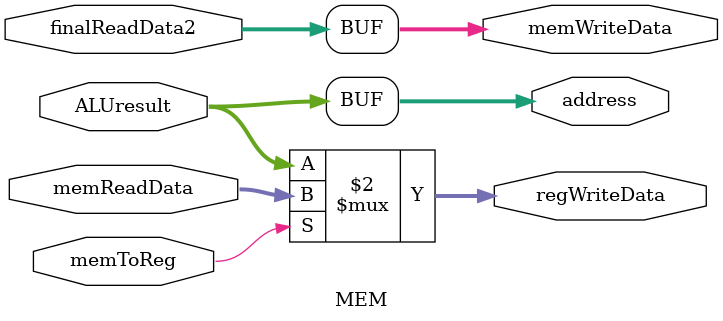
<source format=v>
module MEM #(
    parameter REG_NUM_BITWIDTH = 5 ,
    parameter WORD_BITWIDTH    = 32
) (
    input      [WORD_BITWIDTH-1:0] ALUresult     ,
    input      [WORD_BITWIDTH-1:0] finalReadData2,
    input      [WORD_BITWIDTH-1:0] memReadData   ,
    input                          memToReg      ,
    output reg [WORD_BITWIDTH-1:0] regWriteData  ,
    output reg [WORD_BITWIDTH-1:0] address       ,
    output reg [WORD_BITWIDTH-1:0] memWriteData
);
    always @(*)
        begin
            memWriteData = finalReadData2;
            address      = ALUresult;
            regWriteData = memToReg?memReadData:ALUresult;
        end
endmodule

</source>
